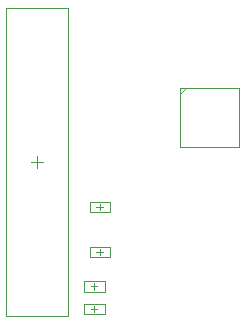
<source format=gbr>
G04*
G04 #@! TF.GenerationSoftware,Altium Limited,Altium Designer,24.10.1 (45)*
G04*
G04 Layer_Color=32768*
%FSLAX44Y44*%
%MOMM*%
G71*
G04*
G04 #@! TF.SameCoordinates,6C15008D-1AD3-4549-9602-DC6CD9F93784*
G04*
G04*
G04 #@! TF.FilePolarity,Positive*
G04*
G01*
G75*
%ADD13C,0.1000*%
%ADD30C,0.0500*%
D13*
X31068Y496062D02*
X41068D01*
X36068Y491062D02*
Y501062D01*
X157372Y558908D02*
X207372D01*
Y508908D02*
Y558908D01*
X157372Y508908D02*
X207372D01*
X157372D02*
Y558908D01*
Y553908D02*
X162372Y558908D01*
D30*
X10068Y626562D02*
X62068D01*
Y365562D02*
Y626562D01*
X10068Y365562D02*
X62068D01*
X10068D02*
Y626562D01*
X89154Y416858D02*
Y422358D01*
X86404Y419607D02*
X91904D01*
X80654Y415107D02*
X97654D01*
X80654Y424108D02*
X97654D01*
X80654Y415107D02*
Y424108D01*
X97654Y415107D02*
Y424108D01*
X89154Y455212D02*
Y460712D01*
X86404Y457962D02*
X91904D01*
X80654Y453462D02*
X97654D01*
X80654Y462462D02*
X97654D01*
X80654Y453462D02*
Y462462D01*
X97654Y453462D02*
Y462462D01*
X84654Y387909D02*
Y393409D01*
X81903Y390659D02*
X87403D01*
X93653Y386159D02*
Y395159D01*
X75654Y386159D02*
Y395159D01*
Y386159D02*
X93653D01*
X75654Y395159D02*
X93653D01*
X84654Y368571D02*
Y374072D01*
X81904Y371322D02*
X87404D01*
X93654Y366821D02*
Y375821D01*
X75654Y366821D02*
Y375821D01*
Y366821D02*
X93654D01*
X75654Y375821D02*
X93654D01*
M02*

</source>
